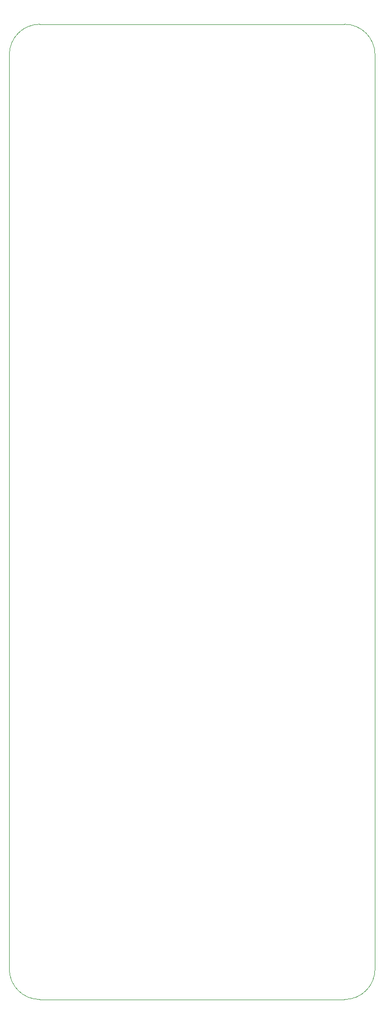
<source format=gbr>
G04 #@! TF.GenerationSoftware,KiCad,Pcbnew,5.1.5+dfsg1-2*
G04 #@! TF.CreationDate,2020-01-28T14:08:21-06:00*
G04 #@! TF.ProjectId,RS232-multiport,52533233-322d-46d7-956c-7469706f7274,2.0.0*
G04 #@! TF.SameCoordinates,Original*
G04 #@! TF.FileFunction,Paste,Bot*
G04 #@! TF.FilePolarity,Positive*
%FSLAX46Y46*%
G04 Gerber Fmt 4.6, Leading zero omitted, Abs format (unit mm)*
G04 Created by KiCad (PCBNEW 5.1.5+dfsg1-2) date 2020-01-28 14:08:21*
%MOMM*%
%LPD*%
G04 APERTURE LIST*
%ADD10C,0.050000*%
G04 APERTURE END LIST*
D10*
X76200000Y-182880000D02*
X127000000Y-182880000D01*
X71120000Y-25400000D02*
X71120000Y-177800000D01*
X76200000Y-20320000D02*
X127000000Y-20320000D01*
X71120000Y-25400000D02*
G75*
G02X76200000Y-20320000I5080000J0D01*
G01*
X76200000Y-182880000D02*
G75*
G02X71120000Y-177800000I0J5080000D01*
G01*
X132080000Y-177800000D02*
G75*
G02X127000000Y-182880000I-5080000J0D01*
G01*
X132080000Y-177800000D02*
X132080000Y-25400000D01*
X127000000Y-20320000D02*
G75*
G02X132080000Y-25400000I0J-5080000D01*
G01*
M02*

</source>
